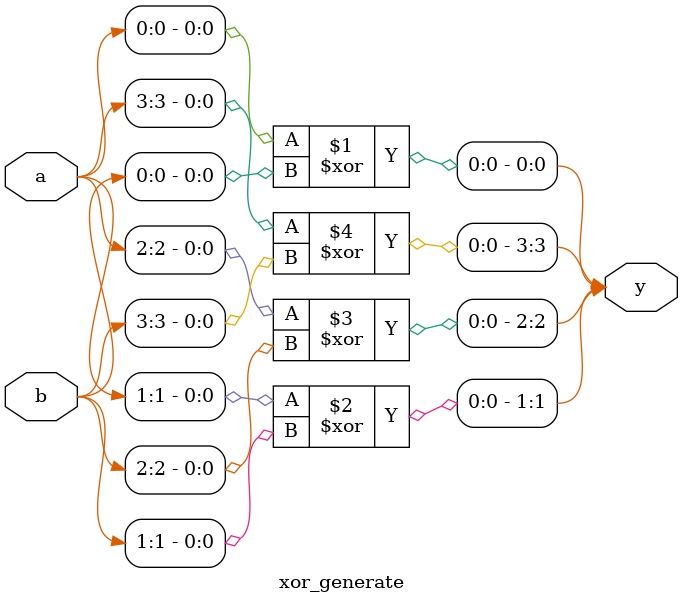
<source format=sv>
module xor_generate(input [3:0] a, b, output [3:0] y);
    genvar i;
    generate
        for(i=0; i<4; i=i+1) begin
            assign y[i] = a[i] ^ b[i];
        end
    endgenerate
endmodule
</source>
